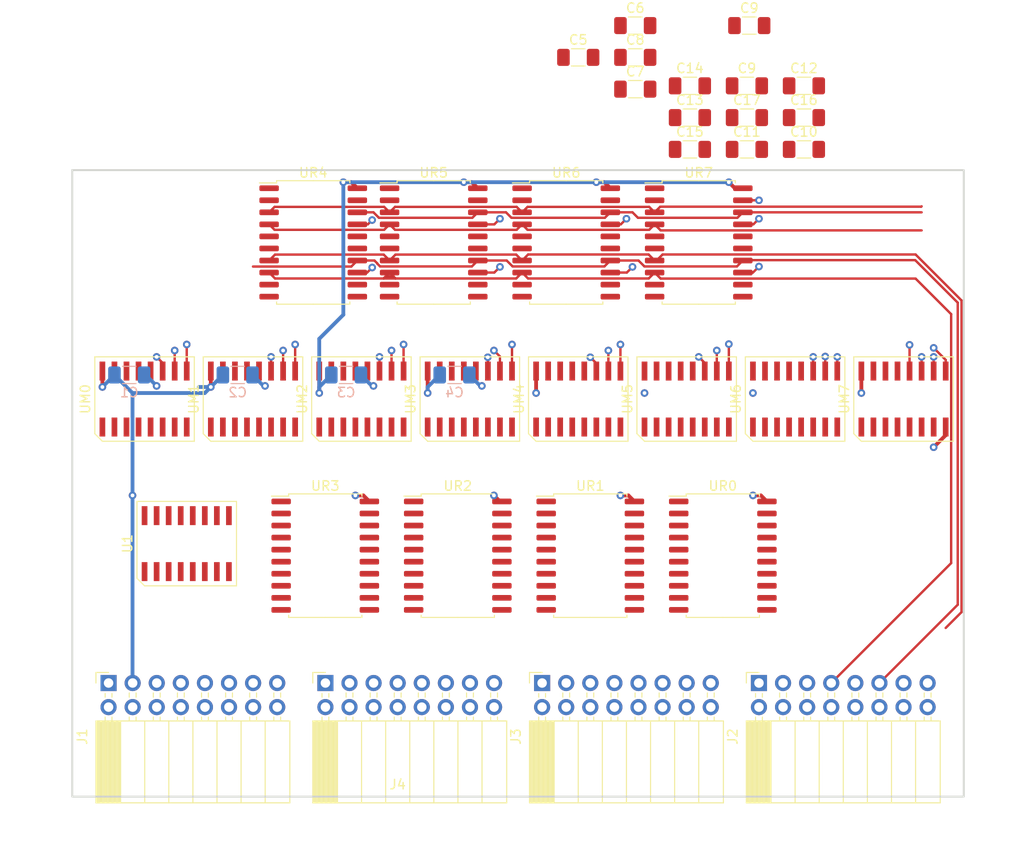
<source format=kicad_pcb>
(kicad_pcb (version 20211014) (generator pcbnew)
  (layers (0 "F.Cu" signal) (1 "In1.Cu" signal) (2 "In2.Cu" signal) (31 "B.Cu" signal) (34 "B.Paste" user) (35 "F.Paste" user) (36 "B.SilkS" user "B.Silkscreen") (37 "F.SilkS" user "F.Silkscreen") (38 "B.Mask" user) (39 "F.Mask" user) (44 "Edge.Cuts" user))
  (net 0 "")
  (net 1 "VCC")
  (net 2 "GND")
  (net 3 "/READID0")
  (net 4 "/READID1")
  (net 5 "/~{WEN0}")
  (net 6 "/READID2")
  (net 7 "/~{WEN1}")
  (net 8 "/WRITEID0")
  (net 9 "/WEN2")
  (net 10 "/WRITEID1")
  (net 11 "/CLK")
  (net 12 "/WRITEID2")
  (net 13 "/~{REN}")
  (net 14 "/DATAIN0")
  (net 15 "/DATAOUT0")
  (net 16 "/DATAIN1")
  (net 17 "/DATAOUT1")
  (net 18 "/DATAIN2")
  (net 19 "/DATAOUT2")
  (net 20 "/DATAIN3")
  (net 21 "/DATAOUT3")
  (net 22 "/DATAIN4")
  (net 23 "/DATAOUT4")
  (net 24 "/DATAIN5")
  (net 25 "/DATAOUT5")
  (net 26 "/DATAIN6")
  (net 27 "/DATAOUT6")
  (net 28 "/DATAIN7")
  (net 29 "/DATAOUT7")
  (net 30 "/REG0_0")
  (net 31 "/REG1_0")
  (net 32 "/REG0_1")
  (net 33 "/REG1_1")
  (net 34 "/REG0_2")
  (net 35 "/REG1_2")
  (net 36 "/REG0_3")
  (net 37 "/REG1_3")
  (net 38 "/REG0_4")
  (net 39 "/REG1_4")
  (net 40 "/REG0_5")
  (net 41 "/REG1_5")
  (net 42 "/REG0_6")
  (net 43 "/REG1_6")
  (net 44 "/REG0_7")
  (net 45 "/REG1_7")
  (net 46 "/REG2_0")
  (net 47 "/REG3_0")
  (net 48 "/REG2_1")
  (net 49 "/REG3_1")
  (net 50 "/REG2_2")
  (net 51 "/REG3_2")
  (net 52 "/REG2_3")
  (net 53 "/REG3_3")
  (net 54 "/REG2_4")
  (net 55 "/REG3_4")
  (net 56 "/REG2_5")
  (net 57 "/REG3_5")
  (net 58 "/REG2_6")
  (net 59 "/REG3_6")
  (net 60 "/REG2_7")
  (net 61 "/REG3_7")
  (net 62 "/Regs/~{WRITESEL7}")
  (net 63 "/Regs/~{WRITESEL6}")
  (net 64 "/Regs/~{WRITESEL5}")
  (net 65 "/Regs/~{WRITESEL4}")
  (net 66 "/Regs/~{WRITESEL3}")
  (net 67 "/Regs/~{WRITESEL2}")
  (net 68 "/Regs/~{WRITESEL1}")
  (net 69 "/Regs/~{WRITESEL0}")
  (net 71 "/REG7_0")
  (net 72 "/REG6_0")
  (net 73 "/REG5_0")
  (net 74 "/REG4_0")
  (net 76 "/REG7_1")
  (net 77 "/REG6_1")
  (net 78 "/REG5_1")
  (net 79 "/REG4_1")
  (net 81 "/REG7_2")
  (net 82 "/REG6_2")
  (net 83 "/REG5_2")
  (net 84 "/REG4_2")
  (net 86 "/REG7_3")
  (net 87 "/REG6_3")
  (net 88 "/REG5_3")
  (net 89 "/REG4_3")
  (net 91 "/REG7_4")
  (net 92 "/REG6_4")
  (net 93 "/REG5_4")
  (net 94 "/REG4_4")
  (net 96 "/REG7_5")
  (net 97 "/REG6_5")
  (net 98 "/REG5_5")
  (net 99 "/REG4_5")
  (net 101 "/REG7_6")
  (net 102 "/REG6_6")
  (net 103 "/REG5_6")
  (net 104 "/REG4_6")
  (net 106 "/REG7_7")
  (net 107 "/REG6_7")
  (net 108 "/REG5_7")
  (net 109 "/REG4_7")
  (footprint "Capacitor_SMD:C_1206_3216Metric_Pad1.33x1.80mm_HandSolder" (layer "F.Cu") (at 155.87 52.07)
    (fp_text reference "C6")
    (fp_text value ".1uF")
  )
  (footprint "Package_SO:SOIC-20W_7.5x12.8mm_P1.27mm" (layer "F.Cu") (at 162.56 74.93)
    (fp_text reference "UR7")
    (fp_text value "74LS377")
  )
  (footprint "000custom:R-PDSO-G16" (layer "F.Cu") (at 184.15 91.44)
    (fp_text reference "UM7")
    (fp_text value "74151")
  )
  (footprint "000custom:R-PDSO-G16" (layer "F.Cu") (at 127 91.44)
    (fp_text reference "UM2")
    (fp_text value "74151")
  )
  (footprint "Capacitor_SMD:C_1206_3216Metric_Pad1.33x1.80mm_HandSolder" (layer "F.Cu") (at 161.63 61.77)
    (fp_text reference "C13")
    (fp_text value ".1uF")
  )
  (footprint "Package_SO:SOIC-20W_7.5x12.8mm_P1.27mm" (layer "F.Cu") (at 165.1 107.95)
    (fp_text reference "UR0")
    (fp_text value "74LS377")
  )
  (footprint "Capacitor_SMD:C_1206_3216Metric_Pad1.33x1.80mm_HandSolder" (layer "F.Cu") (at 149.86 55.42)
    (fp_text reference "C5")
    (fp_text value ".1uF")
  )
  (footprint "000custom:R-PDSO-G16" (layer "F.Cu") (at 115.57 91.44)
    (fp_text reference "UM1")
    (fp_text value "74151")
  )
  (footprint "Connector_PinSocket_2.54mm:PinSocket_2x08_P2.54mm_Horizontal" (layer "F.Cu") (at 100.345 121.375 90)
    (fp_text reference "J1")
    (fp_text value "Conn_02x08_Odd_Even")
  )
  (footprint "Package_SO:SOIC-20W_7.5x12.8mm_P1.27mm" (layer "F.Cu") (at 123.19 107.95)
    (fp_text reference "UR3")
    (fp_text value "74LS377")
  )
  (footprint "000custom:R-PDSO-G16" (layer "F.Cu") (at 172.72 91.44)
    (fp_text reference "UM6")
    (fp_text value "74151")
  )
  (footprint "Connector_PinSocket_2.54mm:PinSocket_2x08_P2.54mm_Horizontal" (layer "F.Cu") (at 146.05 121.375 90)
    (fp_text reference "J3")
    (fp_text value "Conn_02x08_Odd_Even")
  )
  (footprint "Package_SO:SOIC-20W_7.5x12.8mm_P1.27mm" (layer "F.Cu") (at 137.16 107.95)
    (fp_text reference "UR2")
    (fp_text value "74LS377")
  )
  (footprint "Capacitor_SMD:C_1206_3216Metric_Pad1.33x1.80mm_HandSolder" (layer "F.Cu") (at 161.63 58.42)
    (fp_text reference "C14")
    (fp_text value ".1uF")
  )
  (footprint "Package_SO:SOIC-20W_7.5x12.8mm_P1.27mm" (layer "F.Cu") (at 148.59 74.93)
    (fp_text reference "UR6")
    (fp_text value "74LS377")
  )
  (footprint "Capacitor_SMD:C_1206_3216Metric_Pad1.33x1.80mm_HandSolder" (layer "F.Cu") (at 167.89 52.07)
    (fp_text reference "C9")
    (fp_text value ".1uF")
  )
  (footprint "000custom:R-PDSO-G16" (layer "F.Cu") (at 108.585 106.68)
    (fp_text reference "U1")
    (fp_text value "74LS138")
  )
  (footprint "Package_SO:SOIC-20W_7.5x12.8mm_P1.27mm" (layer "F.Cu") (at 151.13 107.95)
    (fp_text reference "UR1")
    (fp_text value "74LS377")
  )
  (footprint "Package_SO:SOIC-20W_7.5x12.8mm_P1.27mm" (layer "F.Cu") (at 121.92 74.93)
    (fp_text reference "UR4")
    (fp_text value "74LS377")
  )
  (footprint "Capacitor_SMD:C_1206_3216Metric_Pad1.33x1.80mm_HandSolder" (layer "F.Cu") (at 167.64 58.42)
    (fp_text reference "C9")
    (fp_text value ".1uF")
  )
  (footprint "000custom:R-PDSO-G16" (layer "F.Cu") (at 161.29 91.44)
    (fp_text reference "UM5")
    (fp_text value "74151")
  )
  (footprint "Capacitor_SMD:C_1206_3216Metric_Pad1.33x1.80mm_HandSolder" (layer "F.Cu") (at 167.64 65.12)
    (fp_text reference "C11")
    (fp_text value ".1uF")
  )
  (footprint "Capacitor_SMD:C_1206_3216Metric_Pad1.33x1.80mm_HandSolder" (layer "F.Cu") (at 155.87 58.77)
    (fp_text reference "C7")
    (fp_text value ".1uF")
  )
  (footprint "Connector_PinSocket_2.54mm:PinSocket_2x08_P2.54mm_Horizontal" (layer "F.Cu") (at 123.205 121.375 90)
    (fp_text reference "J4")
    (fp_text value "Conn_02x08_Odd_Even")
  )
  (footprint "000custom:R-PDSO-G16" (layer "F.Cu") (at 138.43 91.44)
    (fp_text reference "UM3")
    (fp_text value "74151")
  )
  (footprint "000custom:R-PDSO-G16" (layer "F.Cu") (at 149.86 91.44)
    (fp_text reference "UM4")
    (fp_text value "74151")
  )
  (footprint "Capacitor_SMD:C_1206_3216Metric_Pad1.33x1.80mm_HandSolder" (layer "F.Cu") (at 155.87 55.42)
    (fp_text reference "C8")
    (fp_text value ".1uF")
  )
  (footprint "Capacitor_SMD:C_1206_3216Metric_Pad1.33x1.80mm_HandSolder" (layer "F.Cu") (at 173.65 58.42)
    (fp_text reference "C12")
    (fp_text value ".1uF")
  )
  (footprint "Capacitor_SMD:C_1206_3216Metric_Pad1.33x1.80mm_HandSolder" (layer "F.Cu") (at 173.65 61.77)
    (fp_text reference "C16")
    (fp_text value ".1uF")
  )
  (footprint "Capacitor_SMD:C_1206_3216Metric_Pad1.33x1.80mm_HandSolder" (layer "F.Cu") (at 161.63 65.12)
    (fp_text reference "C15")
    (fp_text value ".1uF")
  )
  (footprint "000custom:R-PDSO-G16" (layer "F.Cu") (at 104.14 91.44)
    (fp_text reference "UM0")
    (fp_text value "74151")
  )
  (footprint "Package_SO:SOIC-20W_7.5x12.8mm_P1.27mm" (layer "F.Cu") (at 134.62 74.93)
    (fp_text reference "UR5")
    (fp_text value "74LS377")
  )
  (footprint "Connector_PinSocket_2.54mm:PinSocket_2x08_P2.54mm_Horizontal" (layer "F.Cu") (at 168.91 121.375 90)
    (fp_text reference "J2")
    (fp_text value "Conn_02x08_Odd_Even")
  )
  (footprint "Capacitor_SMD:C_1206_3216Metric_Pad1.33x1.80mm_HandSolder" (layer "F.Cu") (at 173.65 65.12)
    (fp_text reference "C10")
    (fp_text value ".1uF")
  )
  (footprint "Capacitor_SMD:C_1206_3216Metric_Pad1.33x1.80mm_HandSolder" (layer "F.Cu") (at 167.64 61.77)
    (fp_text reference "C17")
    (fp_text value ".1uF")
  )
  (footprint "Capacitor_SMD:C_1206_3216Metric_Pad1.33x1.80mm_HandSolder" (layer "B.Cu") (at 125.3875 88.9)
    (fp_text reference "C3")
    (fp_text value ".1uF")
  )
  (footprint "Capacitor_SMD:C_1206_3216Metric_Pad1.33x1.80mm_HandSolder" (layer "B.Cu") (at 136.8175 88.9)
    (fp_text reference "C4")
    (fp_text value ".1uF")
  )
  (footprint "Capacitor_SMD:C_1206_3216Metric_Pad1.33x1.80mm_HandSolder" (layer "B.Cu") (at 102.5275 88.9)
    (fp_text reference "C1")
    (fp_text value ".1uF")
  )
  (footprint "Capacitor_SMD:C_1206_3216Metric_Pad1.33x1.80mm_HandSolder" (layer "B.Cu") (at 113.9575 88.9)
    (fp_text reference "C2")
    (fp_text value ".1uF")
  )
  (gr_rect (start 96.52 67.31) (end 190.5 133.35) (layer "Edge.Cuts") (width 0.2) (fill none))
  (segment (start 133.985 90.805) (end 133.985 88.49) (width 0.4) (layer "F.Cu") (net 1))
  (segment (start 155.145 101.6) (end 155.78 102.235) (width 0.4) (layer "F.Cu") (net 1))
  (segment (start 145.415 90.805) (end 145.415 88.49) (width 0.4) (layer "F.Cu") (net 1))
  (segment (start 125.935 68.58) (end 125.095 68.58) (width 0.4) (layer "F.Cu") (net 1))
  (segment (start 154.305 101.6) (end 155.145 101.6) (width 0.4) (layer "F.Cu") (net 1))
  (segment (start 99.695 90.17) (end 99.695 88.49) (width 0.4) (layer "F.Cu") (net 1))
  (segment (start 179.705 88.49) (end 179.705 90.805) (width 0.4) (layer "F.Cu") (net 1))
  (segment (start 168.275 101.6) (end 169.115 101.6) (width 0.4) (layer "F.Cu") (net 1))
  (segment (start 137.795 68.58) (end 138.635 68.58) (width 0.4) (layer "F.Cu") (net 1))
  (segment (start 126.365 101.6) (end 127.205 101.6) (width 0.4) (layer "F.Cu") (net 1))
  (segment (start 138.635 68.58) (end 139.27 69.215) (width 0.4) (layer "F.Cu") (net 1))
  (segment (start 167.21 69.215) (end 166.37 69.215) (width 0.4) (layer "F.Cu") (net 1))
  (segment (start 151.765 68.58) (end 152.605 68.58) (width 0.4) (layer "F.Cu") (net 1))
  (segment (start 141.605 102.235) (end 140.97 101.6) (width 0.4) (layer "F.Cu") (net 1))
  (segment (start 141.81 102.235) (end 141.605 102.235) (width 0.4) (layer "F.Cu") (net 1))
  (segment (start 126.57 69.215) (end 125.935 68.58) (width 0.4) (layer "F.Cu") (net 1))
  (segment (start 111.125 90.17) (end 111.125 88.49) (width 0.4) (layer "F.Cu") (net 1))
  (segment (start 169.115 101.6) (end 169.75 102.235) (width 0.4) (layer "F.Cu") (net 1))
  (segment (start 127.205 101.6) (end 127.84 102.235) (width 0.4) (layer "F.Cu") (net 1))
  (segment (start 166.37 69.215) (end 165.735 68.58) (width 0.4) (layer "F.Cu") (net 1))
  (segment (start 152.605 68.58) (end 153.24 69.215) (width 0.4) (layer "F.Cu") (net 1))
  (segment (start 122.555 90.805) (end 122.555 88.49) (width 0.4) (layer "F.Cu") (net 1))
  (via (at 156.845 90.805) (size 0.8) (drill 0.4) (layers "F.Cu" "B.Cu") (net 1))
  (via (at 133.985 90.805) (size 0.8) (drill 0.4) (layers "F.Cu" "B.Cu") (net 1))
  (via (at 168.275 90.805) (size 0.8) (drill 0.4) (layers "F.Cu" "B.Cu") (net 1))
  (via (at 140.97 101.6) (size 0.8) (drill 0.4) (layers "F.Cu" "B.Cu") (net 1))
  (via (at 137.795 68.58) (size 0.8) (drill 0.4) (layers "F.Cu" "B.Cu") (net 1))
  (via (at 126.365 101.6) (size 0.8) (drill 0.4) (layers "F.Cu" "B.Cu") (net 1))
  (via (at 151.765 68.58) (size 0.8) (drill 0.4) (layers "F.Cu" "B.Cu") (net 1))
  (via (at 154.305 101.6) (size 0.8) (drill 0.4) (layers "F.Cu" "B.Cu") (net 1))
  (via (at 102.87 101.6) (size 0.8) (drill 0.4) (layers "F.Cu" "B.Cu") (net 1))
  (via (at 165.735 68.58) (size 0.8) (drill 0.4) (layers "F.Cu" "B.Cu") (net 1))
  (via (at 168.275 101.6) (size 0.8) (drill 0.4) (layers "F.Cu" "B.Cu") (net 1))
  (via (at 122.555 90.805) (size 0.8) (drill 0.4) (layers "F.Cu" "B.Cu") (net 1))
  (via (at 125.095 68.58) (size 0.8) (drill 0.4) (layers "F.Cu" "B.Cu") (net 1))
  (via (at 145.415 90.805) (size 0.8) (drill 0.4) (layers "F.Cu" "B.Cu") (net 1))
  (via (at 179.705 90.805) (size 0.8) (drill 0.4) (layers "F.Cu" "B.Cu") (net 1))
  (via (at 111.125 90.17) (size 0.8) (drill 0.4) (layers "F.Cu" "B.Cu") (net 1))
  (via (at 99.695 90.17) (size 0.8) (drill 0.4) (layers "F.Cu" "B.Cu") (net 1))
  (segment (start 137.795 68.58) (end 125.095 68.58) (width 0.4) (layer "B.Cu") (net 1))
  (segment (start 111.175 90.22) (end 111.125 90.17) (width 0.4) (layer "B.Cu") (net 1))
  (segment (start 111.125 90.17) (end 112.395 88.9) (width 0.4) (layer "B.Cu") (net 1))
  (segment (start 122.555 90.805) (end 122.555 85.09) (width 0.4) (layer "B.Cu") (net 1))
  (segment (start 133.985 90.17) (end 135.255 88.9) (width 0.4) (layer "B.Cu") (net 1))
  (segment (start 110.49 90.805) (end 102.87 90.805) (width 0.4) (layer "B.Cu") (net 1))
  (segment (start 133.985 90.805) (end 133.985 90.17) (width 0.4) (layer "B.Cu") (net 1))
  (segment (start 102.235 90.17) (end 102.87 90.805) (width 0.4) (layer "B.Cu") (net 1))
  (segment (start 102.885 121.375) (end 102.87 121.36) (width 0.4) (layer "B.Cu") (net 1))
  (segment (start 102.235 90.17) (end 100.965 88.9) (width 0.4) (layer "B.Cu") (net 1))
  (segment (start 122.555 90.17) (end 123.825 88.9) (width 0.4) (layer "B.Cu") (net 1))
  (segment (start 102.87 121.36) (end 102.87 101.6) (width 0.4) (layer "B.Cu") (net 1))
  (segment (start 122.555 90.805) (end 122.555 90.17) (width 0.4) (layer "B.Cu") (net 1))
  (segment (start 165.735 68.58) (end 151.765 68.58) (width 0.4) (layer "B.Cu") (net 1))
  (segment (start 151.765 68.58) (end 137.795 68.58) (width 0.4) (layer "B.Cu") (net 1))
  (segment (start 102.87 90.805) (end 102.87 101.6) (width 0.4) (layer "B.Cu") (net 1))
  (segment (start 122.555 85.09) (end 125.095 82.55) (width 0.4) (layer "B.Cu") (net 1))
  (segment (start 99.695 90.17) (end 100.965 88.9) (width 0.4) (layer "B.Cu") (net 1))
  (segment (start 125.095 82.55) (end 125.095 68.58) (width 0.4) (layer "B.Cu") (net 1))
  (segment (start 111.125 90.17) (end 110.49 90.805) (width 0.4) (layer "B.Cu") (net 1))
  (segment (start 111.125 90.17) (end 109.855 90.17) (width 0.4) (layer "B.Cu") (net 1))
  (segment (start 187.325 96.52) (end 188.595 95.25) (width 0.4) (layer "F.Cu") (net 2))
  (segment (start 188.595 95.25) (end 188.595 94.39) (width 0.4) (layer "F.Cu") (net 2))
  (via (at 128.27 90.0555) (size 0.8) (drill 0.4) (layers "F.Cu" "B.Cu") (net 2))
  (via (at 139.7 90.0555) (size 0.8) (drill 0.4) (layers "F.Cu" "B.Cu") (net 2))
  (via (at 187.325 96.52) (size 0.8) (drill 0.4) (layers "F.Cu" "B.Cu") (net 2))
  (via (at 116.84 90.0555) (size 0.8) (drill 0.4) (layers "F.Cu" "B.Cu") (net 2))
  (via (at 105.41 90.0555) (size 0.8) (drill 0.4) (layers "F.Cu" "B.Cu") (net 2))
  (segment (start 128.1055 90.0555) (end 126.95 88.9) (width 0.4) (layer "B.Cu") (net 2))
  (segment (start 104.09 88.9) (end 104.2545 88.9) (width 0.4) (layer "B.Cu") (net 2))
  (segment (start 139.5355 90.0555) (end 138.38 88.9) (width 0.4) (layer "B.Cu") (net 2))
  (segment (start 116.84 90.0555) (end 116.6755 90.0555) (width 0.4) (layer "B.Cu") (net 2))
  (segment (start 104.2545 88.9) (end 105.41 90.0555) (width 0.4) (layer "B.Cu") (net 2))
  (segment (start 139.7 90.0555) (end 139.5355 90.0555) (width 0.4) (layer "B.Cu") (net 2))
  (segment (start 128.27 90.0555) (end 128.1055 90.0555) (width 0.4) (layer "B.Cu") (net 2))
  (segment (start 116.6755 90.0555) (end 115.52 88.9) (width 0.4) (layer "B.Cu") (net 2))
  (segment (start 151.13 87.035) (end 151.765 87.67) (width 0.25) (layer "F.Cu") (net 3))
  (segment (start 162.56 86.995) (end 163.195 87.63) (width 0.25) (layer "F.Cu") (net 3))
  (segment (start 163.195 87.63) (end 163.195 88.49) (width 0.25) (layer "F.Cu") (net 3))
  (segment (start 140.335 87.050351) (end 140.335 88.49) (width 0.25) (layer "F.Cu") (net 3))
  (segment (start 106.045 87.63) (end 106.045 88.49) (width 0.25) (layer "F.Cu") (net 3))
  (segment (start 140.319149 87.0345) (end 140.335 87.050351) (width 0.25) (layer "F.Cu") (net 3))
  (segment (start 174.625 86.995) (end 174.625 88.49) (width 0.25) (layer "F.Cu") (net 3))
  (segment (start 105.41 86.995) (end 106.045 87.63) (width 0.25) (layer "F.Cu") (net 3))
  (segment (start 186.055 86.995) (end 186.055 88.49) (width 0.25) (layer "F.Cu") (net 3))
  (segment (start 117.475 86.995) (end 117.475 88.49) (width 0.25) (layer "F.Cu") (net 3))
  (segment (start 128.905 86.995) (end 128.905 88.49) (width 0.25) (layer "F.Cu") (net 3))
  (segment (start 186.055 88.49) (end 186.055 87.81) (width 0.25) (layer "F.Cu") (net 3))
  (segment (start 151.765 87.67) (end 151.765 88.49) (width 0.25) (layer "F.Cu") (net 3))
  (via (at 151.13 87.035) (size 0.8) (drill 0.4) (layers "F.Cu" "B.Cu") (net 3))
  (via (at 117.475 86.995) (size 0.8) (drill 0.4) (layers "F.Cu" "B.Cu") (net 3))
  (via (at 105.41 86.995) (size 0.8) (drill 0.4) (layers "F.Cu" "B.Cu") (net 3))
  (via (at 140.319149 87.0345) (size 0.8) (drill 0.4) (layers "F.Cu" "B.Cu") (net 3))
  (via (at 186.055 86.995) (size 0.8) (drill 0.4) (layers "F.Cu" "B.Cu") (net 3))
  (via (at 128.905 86.995) (size 0.8) (drill 0.4) (layers "F.Cu" "B.Cu") (net 3))
  (via (at 162.56 86.995) (size 0.8) (drill 0.4) (layers "F.Cu" "B.Cu") (net 3))
  (via (at 174.625 86.995) (size 0.8) (drill 0.4) (layers "F.Cu" "B.Cu") (net 3))
  (segment (start 118.745 86.3205) (end 118.745 88.49) (width 0.25) (layer "F.Cu") (net 4))
  (segment (start 140.97 86.3205) (end 141.605 86.9555) (width 0.25) (layer "F.Cu") (net 4))
  (segment (start 107.315 86.3205) (end 107.315 88.49) (width 0.25) (layer "F.Cu") (net 4))
  (segment (start 187.325 86.995) (end 187.325 88.49) (width 0.25) (layer "F.Cu") (net 4))
  (segment (start 175.895 86.9555) (end 175.895 88.49) (width 0.25) (layer "F.Cu") (net 4))
  (segment (start 164.465 86.3205) (end 164.465 88.49) (width 0.25) (layer "F.Cu") (net 4))
  (segment (start 130.175 86.3205) (end 130.175 88.49) (width 0.25) (layer "F.Cu") (net 4))
  (segment (start 141.605 86.9555) (end 141.605 88.49) (width 0.25) (layer "F.Cu") (net 4))
  (segment (start 153.035 86.3205) (end 153.035 88.49) (width 0.25) (layer "F.Cu") (net 4))
  (via (at 164.465 86.3205) (size 0.8) (drill 0.4) (layers "F.Cu" "B.Cu") (net 4))
  (via (at 107.315 86.3205) (size 0.8) (drill 0.4) (layers "F.Cu" "B.Cu") (net 4))
  (via (at 140.97 86.3205) (size 0.8) (drill 0.4) (layers "F.Cu" "B.Cu") (net 4))
  (via (at 153.035 86.3205) (size 0.8) (drill 0.4) (layers "F.Cu" "B.Cu") (net 4))
  (via (at 175.895 86.9555) (size 0.8) (drill 0.4) (layers "F.Cu" "B.Cu") (net 4))
  (via (at 130.175 86.3205) (size 0.8) (drill 0.4) (layers "F.Cu" "B.Cu") (net 4))
  (via (at 187.325 86.995) (size 0.8) (drill 0.4) (layers "F.Cu" "B.Cu") (net 4))
  (via (at 118.745 86.3205) (size 0.8) (drill 0.4) (layers "F.Cu" "B.Cu") (net 4))
  (segment (start 108.585 85.6855) (end 108.585 88.49) (width 0.25) (layer "F.Cu") (net 6))
  (segment (start 188.595 87.311111) (end 188.595 88.49) (width 0.25) (layer "F.Cu") (net 6))
  (segment (start 177.165 86.995) (end 177.165 88.49) (width 0.25) (layer "F.Cu") (net 6))
  (segment (start 165.735 85.6455) (end 165.735 88.49) (width 0.25) (layer "F.Cu") (net 6))
  (segment (start 142.875 85.6855) (end 142.875 88.49) (width 0.25) (layer "F.Cu") (net 6))
  (segment (start 131.445 85.6855) (end 131.445 88.49) (width 0.25) (layer "F.Cu") (net 6))
  (segment (start 120.015 85.6855) (end 120.015 88.49) (width 0.25) (layer "F.Cu") (net 6))
  (segment (start 187.327193 86.043304) (end 188.595 87.311111) (width 0.25) (layer "F.Cu") (net 6))
  (segment (start 154.305 85.6855) (end 154.305 88.49) (width 0.25) (layer "F.Cu") (net 6))
  (via (at 131.445 85.6855) (size 0.8) (drill 0.4) (layers "F.Cu" "B.Cu") (net 6))
  (via (at 177.165 86.995) (size 0.8) (drill 0.4) (layers "F.Cu" "B.Cu") (net 6))
  (via (at 108.585 85.6855) (size 0.8) (drill 0.4) (layers "F.Cu" "B.Cu") (net 6))
  (via (at 165.735 85.6455) (size 0.8) (drill 0.4) (layers "F.Cu" "B.Cu") (net 6))
  (via (at 187.327193 86.043304) (size 0.8) (drill 0.4) (layers "F.Cu" "B.Cu") (net 6))
  (via (at 120.015 85.6855) (size 0.8) (drill 0.4) (layers "F.Cu" "B.Cu") (net 6))
  (via (at 154.305 85.6855) (size 0.8) (drill 0.4) (layers "F.Cu" "B.Cu") (net 6))
  (via (at 142.875 85.6855) (size 0.8) (drill 0.4) (layers "F.Cu" "B.Cu") (net 6))
  (segment (start 186.015 71.16) (end 186.055 71.12) (width 0.25) (layer "F.Cu") (net 14))
  (segment (start 143.365 71.18) (end 130.545 71.18) (width 0.25) (layer "F.Cu") (net 14))
  (segment (start 143.94 71.755) (end 143.365 71.18) (width 0.25) (layer "F.Cu") (net 14))
  (segment (start 158.505 71.16) (end 186.015 71.16) (width 0.25) (layer "F.Cu") (net 14))
  (segment (start 129.395 71.18) (end 117.845 71.18) (width 0.25) (layer "F.Cu") (net 14))
  (segment (start 157.335 71.18) (end 144.515 71.18) (width 0.25) (layer "F.Cu") (net 14))
  (segment (start 117.845 71.18) (end 117.27 71.755) (width 0.25) (layer "F.Cu") (net 14))
  (segment (start 157.91 71.755) (end 158.505 71.16) (width 0.25) (layer "F.Cu") (net 14))
  (segment (start 157.91 71.755) (end 157.335 71.18) (width 0.25) (layer "F.Cu") (net 14))
  (segment (start 144.515 71.18) (end 143.94 71.755) (width 0.25) (layer "F.Cu") (net 14))
  (segment (start 130.545 71.18) (end 129.97 71.755) (width 0.25) (layer "F.Cu") (net 14))
  (segment (start 129.97 71.755) (end 129.395 71.18) (width 0.25) (layer "F.Cu") (net 14))
  (segment (start 117.845 73.6) (end 129.395 73.6) (width 0.25) (layer "F.Cu") (net 16))
  (segment (start 130.545 73.6) (end 143.365 73.6) (width 0.25) (layer "F.Cu") (net 16))
  (segment (start 143.365 73.6) (end 143.94 73.025) (width 0.25) (layer "F.Cu") (net 16))
  (segment (start 117.27 73.025) (end 117.845 73.6) (width 0.25) (layer "F.Cu") (net 16))
  (segment (start 143.94 73.025) (end 144.515 73.6) (width 0.25) (layer "F.Cu") (net 16))
  (segment (start 144.515 73.6) (end 157.335 73.6) (width 0.25) (layer "F.Cu") (net 16))
  (segment (start 129.97 73.025) (end 130.545 73.6) (width 0.25) (layer "F.Cu") (net 16))
  (segment (start 129.395 73.6) (end 129.97 73.025) (width 0.25) (layer "F.Cu") (net 16))
  (segment (start 157.335 73.6) (end 157.91 73.025) (width 0.25) (layer "F.Cu") (net 16))
  (segment (start 158.545 73.66) (end 186.055 73.66) (width 0.25) (layer "F.Cu") (net 16))
  (segment (start 157.91 73.025) (end 158.545 73.66) (width 0.25) (layer "F.Cu") (net 16))
  (segment (start 144.575 76.2) (end 157.275 76.2) (width 0.25) (layer "F.Cu") (net 18))
  (segment (start 158.115 76.835) (end 158.75 76.2) (width 0.25) (layer "F.Cu") (net 18))
  (segment (start 190.265 113.9) (end 188.595 115.57) (width 0.25) (layer "F.Cu") (net 18))
  (segment (start 157.275 76.2) (end 157.91 76.835) (width 0.25) (layer "F.Cu") (net 18))
  (segment (start 185.42 76.2) (end 190.265 81.045) (width 0.25) (layer "F.Cu") (net 18))
  (segment (start 157.91 76.835) (end 158.115 76.835) (width 0.25) (layer "F.Cu") (net 18))
  (segment (start 129.345 76.21) (end 117.895 76.21) (width 0.25) (layer "F.Cu") (net 18))
  (segment (start 158.75 76.2) (end 185.42 76.2) (width 0.25) (layer "F.Cu") (net 18))
  (segment (start 190.265 81.045) (end 190.265 113.9) (width 0.25) (layer "F.Cu") (net 18))
  (segment (start 130.595 76.21) (end 129.97 76.835) (width 0.25) (layer "F.Cu") (net 18))
  (segment (start 143.94 76.835) (end 144.575 76.2) (width 0.25) (layer "F.Cu") (net 18))
  (segment (start 143.94 76.835) (end 143.315 76.21) (width 0.25) (layer "F.Cu") (net 18))
  (segment (start 143.315 76.21) (end 130.595 76.21) (width 0.25) (layer "F.Cu") (net 18))
  (segment (start 129.97 76.835) (end 129.345 76.21) (width 0.25) (layer "F.Cu") (net 18))
  (segment (start 117.895 76.21) (end 117.27 76.835) (width 0.25) (layer "F.Cu") (net 18))
  (segment (start 157.91 78.105) (end 157.285 78.73) (width 0.25) (layer "F.Cu") (net 20))
  (segment (start 117.895 78.73) (end 117.27 78.105) (width 0.25) (layer "F.Cu") (net 20))
  (segment (start 157.91 78.105) (end 158.545 78.74) (width 0.25) (layer "F.Cu") (net 20))
  (segment (start 130.595 78.73) (end 130.39 78.525) (width 0.25) (layer "F.Cu") (net 20))
  (segment (start 143.315 78.73) (end 130.595 78.73) (width 0.25) (layer "F.Cu") (net 20))
  (segment (start 129.55 78.525) (end 130.39 78.525) (width 0.25) (layer "F.Cu") (net 20))
  (segment (start 143.94 78.105) (end 143.315 78.73) (width 0.25) (layer "F.Cu") (net 20))
  (segment (start 129.97 78.105) (end 129.4375 78.6375) (width 0.25) (layer "F.Cu") (net 20))
  (segment (start 129.4375 78.6375) (end 129.55 78.525) (width 0.25) (layer "F.Cu") (net 20))
  (segment (start 157.285 78.73) (end 144.565 78.73) (width 0.25) (layer "F.Cu") (net 20))
  (segment (start 129.345 78.73) (end 130.595 78.73) (width 0.25) (layer "F.Cu") (net 20))
  (segment (start 158.545 78.74) (end 185.42 78.74) (width 0.25) (layer "F.Cu") (net 20))
  (segment (start 189.17 82.49) (end 189.17 108.735) (width 0.25) (layer "F.Cu") (net 20))
  (segment (start 129.345 78.73) (end 117.895 78.73) (width 0.25) (layer "F.Cu") (net 20))
  (segment (start 144.565 78.73) (end 143.94 78.105) (width 0.25) (layer "F.Cu") (net 20))
  (segment (start 129.4375 78.6375) (end 129.345 78.73) (width 0.25) (layer "F.Cu") (net 20))
  (segment (start 130.39 78.525) (end 129.97 78.105) (width 0.25) (layer "F.Cu") (net 20))
  (segment (start 185.42 78.74) (end 189.17 82.49) (width 0.25) (layer "F.Cu") (net 20))
  (segment (start 189.17 108.735) (end 176.53 121.375) (width 0.25) (layer "F.Cu") (net 20))
  (segment (start 128.136193 77.573352) (end 127.604545 78.105) (width 0.25) (layer "F.Cu") (net 22))
  (segment (start 168.91 77.47) (end 168.275 78.105) (width 0.25) (layer "F.Cu") (net 22))
  (segment (start 127.604545 78.105) (end 126.57 78.105) (width 0.25) (layer "F.Cu") (net 22))
  (segment (start 141.605 77.5095) (end 141.0095 78.105) (width 0.25) (layer "F.Cu") (net 22))
  (segment (start 141.0095 78.105) (end 139.27 78.105) (width 0.25) (layer "F.Cu") (net 22))
  (segment (start 168.275 78.105) (end 167.21 78.105) (width 0.25) (layer "F.Cu") (net 22))
  (segment (start 153.24 78.105) (end 154.9795 78.105) (width 0.25) (layer "F.Cu") (net 22))
  (segment (start 154.9795 78.105) (end 155.575 77.5095) (width 0.25) (layer "F.Cu") (net 22))
  (via (at 168.91 77.47) (size 0.8) (drill 0.4) (layers "F.Cu" "B.Cu") (net 22))
  (via (at 141.605 77.5095) (size 0.8) (drill 0.4) (layers "F.Cu" "B.Cu") (net 22))
  (via (at 155.575 77.5095) (size 0.8) (drill 0.4) (layers "F.Cu" "B.Cu") (net 22))
  (via (at 128.136193 77.573352) (size 0.8) (drill 0.4) (layers "F.Cu" "B.Cu") (net 22))
  (segment (start 139.27 76.835) (end 142.313959 76.835) (width 0.25) (layer "F.Cu") (net 24))
  (segment (start 156.21 76.835) (end 156.835 77.46) (width 0.25) (layer "F.Cu") (net 24))
  (segment (start 128.67 77.1325) (end 128.67 77.161041) (width 0.25) (layer "F.Cu") (net 24))
  (segment (start 126.57 76.835) (end 128.3725 76.835) (width 0.25) (layer "F.Cu") (net 24))
  (segment (start 189.865 81.28) (end 189.865 113.12) (width 0.25) (layer "F.Cu") (net 24))
  (segment (start 128.968959 77.46) (end 138.645 77.46) (width 0.25) (layer "F.Cu") (net 24))
  (segment (start 128.3725 76.835) (end 128.67 77.1325) (width 0.25) (layer "F.Cu") (net 24))
  (segment (start 167.21 76.835) (end 167.25 76.795) (width 0.25) (layer "F.Cu") (net 24))
  (segment (start 185.38 76.795) (end 189.865 81.28) (width 0.25) (layer "F.Cu") (net 24))
  (segment (start 125.935 77.47) (end 115.57 77.47) (width 0.25) (layer "F.Cu") (net 24))
  (segment (start 167.25 76.795) (end 185.38 76.795) (width 0.25) (layer "F.Cu") (net 24))
  (segment (start 128.67 77.161041) (end 128.968959 77.46) (width 0.25) (layer "F.Cu") (net 24))
  (segment (start 138.645 77.46) (end 139.27 76.835) (width 0.25) (layer "F.Cu") (net 24))
  (segment (start 156.835 77.46) (end 166.585 77.46) (width 0.25) (layer "F.Cu") (net 24))
  (segment (start 189.865 113.12) (end 181.61 121.375) (width 0.25) (layer "F.Cu") (net 24))
  (segment (start 126.57 76.835) (end 125.935 77.47) (width 0.25) (layer "F.Cu") (net 24))
  (segment (start 142.938959 77.46) (end 152.615 77.46) (width 0.25) (layer "F.Cu") (net 24))
  (segment (start 153.24 76.835) (end 156.21 76.835) (width 0.25) (layer "F.Cu") (net 24))
  (segment (start 166.585 77.46) (end 167.21 76.835) (width 0.25) (layer "F.Cu") (net 24))
  (segment (start 142.313959 76.835) (end 142.938959 77.46) (width 0.25) (layer "F.Cu") (net 24))
  (segment (start 152.615 77.46) (end 153.24 76.835) (width 0.25) (layer "F.Cu") (net 24))
  (segment (start 154.94 72.4295) (end 154.3445 73.025) (width 0.25) (layer "F.Cu") (net 26))
  (segment (start 168.91 72.4295) (end 168.3145 73.025) (width 0.25) (layer "F.Cu") (net 26))
  (segment (start 168.3145 73.025) (end 167.21 73.025) (width 0.25) (layer "F.Cu") (net 26))
  (segment (start 126.57 73.025) (end 127.6745 73.025) (width 0.25) (layer "F.Cu") (net 26))
  (segment (start 139.27 73.025) (end 141.0095 73.025) (width 0.25) (layer "F.Cu") (net 26))
  (segment (start 154.3445 73.025) (end 153.24 73.025) (width 0.25) (layer "F.Cu") (net 26))
  (segment (start 141.0095 73.025) (end 141.605 72.4295) (width 0.25) (layer "F.Cu") (net 26))
  (segment (start 127.6745 73.025) (end 128.130306 72.569194) (width 0.25) (layer "F.Cu") (net 26))
  (via (at 141.605 72.4295) (size 0.8) (drill 0.4) (layers "F.Cu" "B.Cu") (net 26))
  (via (at 168.91 72.4295) (size 0.8) (drill 0.4) (layers "F.Cu" "B.Cu") (net 26))
  (via (at 128.130306 72.569194) (size 0.8) (drill 0.4) (layers "F.Cu" "B.Cu") (net 26))
  (via (at 154.94 72.4295) (size 0.8) (drill 0.4) (layers "F.Cu" "B.Cu") (net 26))
  (segment (start 142.815 72.33) (end 152.665 72.33) (width 0.25) (layer "F.Cu") (net 28))
  (segment (start 142.24 71.755) (end 142.815 72.33) (width 0.25) (layer "F.Cu") (net 28))
  (segment (start 156.15 72.33) (end 166.635 72.33) (width 0.25) (layer "F.Cu") (net 28))
  (segment (start 128.27 71.755) (end 128.845 72.33) (width 0.25) (layer "F.Cu") (net 28))
  (segment (start 138.695 72.33) (end 139.27 71.755) (width 0.25) (layer "F.Cu") (net 28))
  (segment (start 128.845 72.33) (end 138.695 72.33) (width 0.25) (layer "F.Cu") (net 28))
  (segment (start 152.665 72.33) (end 153.24 71.755) (width 0.25) (layer "F.Cu") (net 28))
  (segment (start 126.57 71.755) (end 128.27 71.755) (width 0.25) (layer "F.Cu") (net 28))
  (segment (start 167.21 71.755) (end 186.055 71.755) (width 0.25) (layer "F.Cu") (net 28))
  (segment (start 153.24 71.755) (end 155.575 71.755) (width 0.25) (layer "F.Cu") (net 28))
  (segment (start 139.27 71.755) (end 142.24 71.755) (width 0.25) (layer "F.Cu") (net 28))
  (segment (start 166.635 72.33) (end 167.21 71.755) (width 0.25) (layer "F.Cu") (net 28))
  (segment (start 155.575 71.755) (end 156.15 72.33) (width 0.25) (layer "F.Cu") (net 28))
  (segment (start 167.21 70.485) (end 168.91 70.485) (width 0.25) (layer "F.Cu") (net 106))
  (segment (start 184.785 88.49) (end 184.785 85.725) (width 0.25) (layer "F.Cu") (net 106))
  (via (at 168.91 70.485) (size 0.8) (drill 0.4) (layers "F.Cu" "B.Cu") (net 106))
  (via (at 184.785 85.725) (size 0.8) (drill 0.4) (layers "F.Cu" "B.Cu") (net 106))
)
</source>
